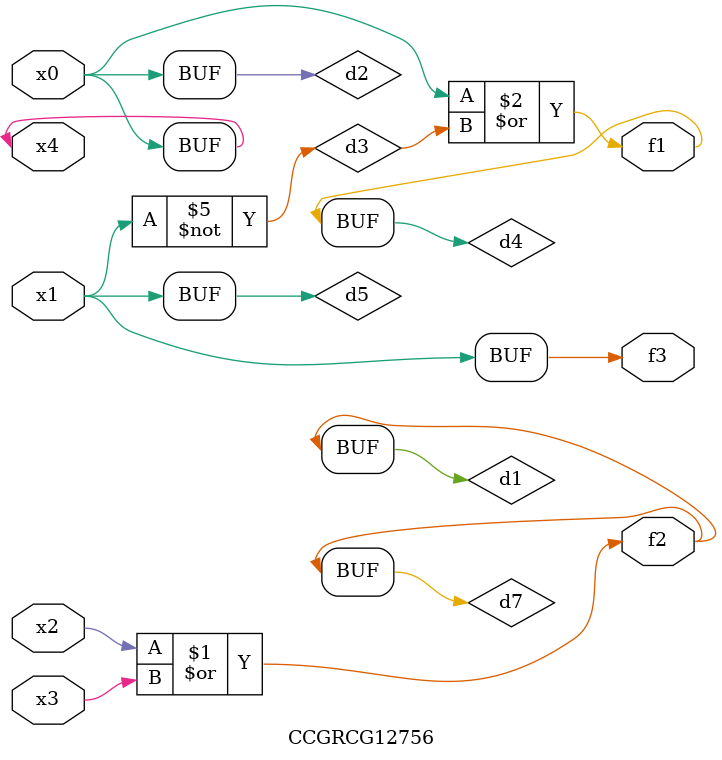
<source format=v>
module CCGRCG12756(
	input x0, x1, x2, x3, x4,
	output f1, f2, f3
);

	wire d1, d2, d3, d4, d5, d6, d7;

	or (d1, x2, x3);
	buf (d2, x0, x4);
	not (d3, x1);
	or (d4, d2, d3);
	not (d5, d3);
	nand (d6, d1, d3);
	or (d7, d1);
	assign f1 = d4;
	assign f2 = d7;
	assign f3 = d5;
endmodule

</source>
